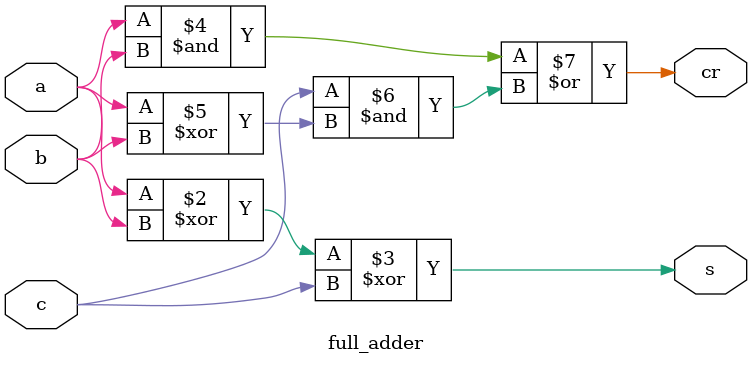
<source format=sv>
`timescale 1ns / 1ps


module full_adder
(
    input logic a,b,c,
    output logic cr, s
);


always_comb begin
    s= a^b^c;
    cr= (a&b)| c&(a^b);
end

endmodule

</source>
